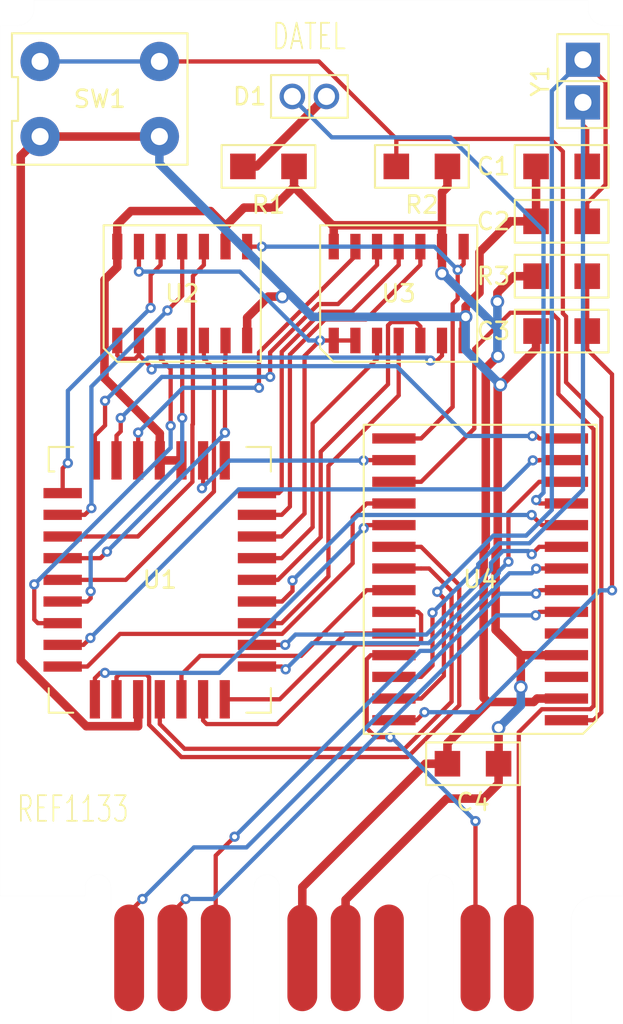
<source format=kicad_pcb>
(kicad_pcb (version 20241229) (generator "pcbnew") (generator_version "9.0")
  (layers (0 "F.Cu" signal) (2 "B.Cu" signal) (13 "F.Paste" user) (15 "B.Paste" user) (5 "F.SilkS" user "F.Silkscreen") (7 "B.SilkS" user "B.Silkscreen") (1 "F.Mask" user) (3 "B.Mask" user) (25 "Edge.Cuts" user))
  (net 0 "")
  (net 1 "/GND")
  (net 2 "/CLKOUT")
  (net 3 "/CLKIN")
  (net 4 "/~{MCLR}")
  (net 5 "/3.3V")
  (net 6 "Net-(D1-A)")
  (net 7 "/Button")
  (net 8 "/D1")
  (net 9 "/LED")
  (net 10 "/D6")
  (net 11 "/164.CP")
  (net 12 "/A0")
  (net 13 "/D2")
  (net 14 "/SEL")
  (net 16 "/D3")
  (net 17 "/D4")
  (net 18 "/D5")
  (net 20 "/ROM.~{CE}")
  (net 21 "/D7")
  (net 22 "/CMD")
  (net 23 "/ACK")
  (net 24 "/D0")
  (net 25 "/ROM.~{OE}")
  (net 26 "/CLK")
  (net 27 "/Low.DSAB")
  (net 28 "/DAT")
  (net 29 "/ROM.~{PGM}")
  (net 30 "/A14")
  (net 31 "/A6")
  (net 32 "/A11")
  (net 33 "/A4")
  (net 34 "/A5")
  (net 35 "/A3")
  (net 36 "/A15")
  (net 37 "/A8")
  (net 38 "/A1")
  (net 39 "/A12")
  (net 40 "/A13")
  (net 41 "/A9")
  (net 42 "/A7")
  (net 43 "/A10")
  (net 44 "/A2")
  (net 45 "/A16")
  (net 46 "/7.5V")
  (footprint "!REF1133:SMD" (layer "F.Cu") (at 136.767 79.519)
    (property "Reference" "R2")
    (property "Value" "10K Ohm")
  )
  (footprint "!REF1133:SMD" (layer "F.Cu") (at 144.967 85.9523)
    (property "Reference" "R3")
    (property "Value" "10K Ohm")
  )
  (footprint "!REF1133:PIC 16C55" (layer "F.Cu") (at 140.187 103.714 90)
    (property "Reference" "U4")
    (property "Value" "~")
  )
  (footprint "!REF1133:74HC164" (layer "F.Cu") (at 135.407 86.969)
    (property "Reference" "U3")
    (property "Value" "74HC164")
  )
  (footprint "!REF1133:SMD" (layer "F.Cu") (at 127.767 79.519)
    (property "Reference" "R1")
    (property "Value" "470 Ohm")
  )
  (footprint "!REF1133:SMD" (layer "F.Cu") (at 144.967 79.519)
    (property "Reference" "C1")
    (property "Value" "C_Small")
  )
  (footprint "!REF1133:74HC164" (layer "F.Cu") (at 122.707 86.969)
    (property "Reference" "U2")
    (property "Value" "74HC164")
  )
  (footprint "!REF1133:SMD" (layer "F.Cu") (at 144.967 89.169)
    (property "Reference" "C3")
    (property "Value" "100 nF")
  )
  (footprint "!REF1133:SMD" (layer "F.Cu") (at 144.967 82.7357)
    (property "Reference" "C2")
    (property "Value" "C_Small")
  )
  (footprint "!REF1133:Edge Connector" (layer "F.Cu") (at 131.022 125.894)
    (property "Reference" "J1" (hide yes))
    (property "Value" "Edge Connector")
  )
  (footprint "!REF1133:LED" (layer "F.Cu") (at 130.167 75.419)
    (property "Reference" "D1")
    (property "Value" "LED")
  )
  (footprint "!REF1133:Crystal" (layer "F.Cu") (at 146.217 74.519 90)
    (property "Reference" "Y1")
    (property "Value" "Crystal")
  )
  (footprint "!REF1133:NM27C010" (layer "F.Cu") (at 121.392 103.744)
    (property "Reference" "U1")
    (property "Value" "27C010")
  )
  (footprint "!REF1133:SMD" (layer "F.Cu") (at 139.767 114.519)
    (property "Reference" "C4")
    (property "Value" "100 nF")
  )
  (footprint "!REF1133:Button" (layer "F.Cu") (at 117.867 75.569)
    (property "Reference" "SW1")
    (property "Value" "SW_Push")
  )
  (gr_arc (start 117.767 121.019) (mid 118.29733 121.23867) (end 118.517 121.769) (stroke (width 0.002)) (layer "Edge.Cuts"))
  (gr_line (start 112.017 122.269) (end 112.017 71.269) (stroke (width 0.002)) (layer "Edge.Cuts"))
  (gr_line (start 114.017 69.769) (end 146.517 69.769) (stroke (width 0.002)) (layer "Edge.Cuts"))
  (gr_arc (start 145.517 123.769) (mid 145.95634 122.70834) (end 147.017 122.269) (stroke (width 0.002)) (layer "Edge.Cuts"))
  (gr_line (start 118.517 129.769) (end 118.517 121.769) (stroke (width 0.002)) (layer "Edge.Cuts"))
  (gr_line (start 137.117 129.769) (end 137.117 121.769) (stroke (width 0.002)) (layer "Edge.Cuts"))
  (gr_arc (start 137.867 121.019) (mid 138.39733 121.23867) (end 138.617 121.769) (stroke (width 0.002)) (layer "Edge.Cuts"))
  (gr_line (start 128.417 129.769) (end 137.117 129.769) (stroke (width 0.002)) (layer "Edge.Cuts"))
  (gr_arc (start 137.117 121.769) (mid 137.33667 121.23867) (end 137.867 121.019) (stroke (width 0.002)) (layer "Edge.Cuts"))
  (gr_line (start 117.017 122.269) (end 117.017 121.769) (stroke (width 0.002)) (layer "Edge.Cuts"))
  (gr_arc (start 114.017 70.269) (mid 113.724107 70.976107) (end 113.017 71.269) (stroke (width 0.002)) (layer "Edge.Cuts"))
  (gr_line (start 112.017 71.269) (end 113.017 71.269) (stroke (width 0.002)) (layer "Edge.Cuts"))
  (gr_line (start 147.017 122.269) (end 148.517 122.269) (stroke (width 0.002)) (layer "Edge.Cuts"))
  (gr_line (start 138.617 129.769) (end 138.617 121.769) (stroke (width 0.002)) (layer "Edge.Cuts"))
  (gr_line (start 138.617 129.769) (end 145.517 129.769) (stroke (width 0.002)) (layer "Edge.Cuts"))
  (gr_line (start 146.517 69.769) (end 146.517 70.269) (stroke (width 0.002)) (layer "Edge.Cuts"))
  (gr_line (start 145.517 129.769) (end 145.517 123.769) (stroke (width 0.002)) (layer "Edge.Cuts"))
  (gr_line (start 148.517 71.269) (end 147.517 71.269) (stroke (width 0.002)) (layer "Edge.Cuts"))
  (gr_line (start 126.917 129.769) (end 126.917 121.769) (stroke (width 0.002)) (layer "Edge.Cuts"))
  (gr_arc (start 147.517 71.269) (mid 146.809893 70.976107) (end 146.517 70.269) (stroke (width 0.002)) (layer "Edge.Cuts"))
  (gr_arc (start 126.917 121.769) (mid 127.13667 121.23867) (end 127.667 121.019) (stroke (width 0.002)) (layer "Edge.Cuts"))
  (gr_line (start 112.017 122.269) (end 117.017 122.269) (stroke (width 0.002)) (layer "Edge.Cuts"))
  (gr_line (start 114.017 69.769) (end 114.017 70.269) (stroke (width 0.002)) (layer "Edge.Cuts"))
  (gr_line (start 148.517 122.269) (end 148.517 71.269) (stroke (width 0.002)) (layer "Edge.Cuts"))
  (gr_line (start 118.517 129.769) (end 126.917 129.769) (stroke (width 0.002)) (layer "Edge.Cuts"))
  (gr_line (start 128.417 129.769) (end 128.417 121.769) (stroke (width 0.002)) (layer "Edge.Cuts"))
  (gr_arc (start 117.017 121.769) (mid 117.23667 121.23867) (end 117.767 121.019) (stroke (width 0.002)) (layer "Edge.Cuts"))
  (gr_arc (start 127.667 121.019) (mid 128.19733 121.23867) (end 128.417 121.769) (stroke (width 0.002)) (layer "Edge.Cuts"))
  (gr_text "DATEL" (at 127.924 72.79 0) (layer "F.SilkS") (effects (font (size 1.5 1) (thickness 0.1)) (justify left bottom)))
  (gr_text "REF1133" (at 112.938 118.052 0) (layer "F.SilkS") (effects (font (size 1.5 1) (thickness 0.1)) (justify left bottom)))
  (segment (start 139.3344 88.3342) (end 139.3344 87.7276) (width 0.5) (layer "F.Cu") (net 1))
  (segment (start 141.2183 92.4621) (end 141.2183 102.1063) (width 0.5) (layer "F.Cu") (net 1))
  (segment (start 141.2183 102.1063) (end 141.0938 102.2308) (width 0.5) (layer "F.Cu") (net 1))
  (segment (start 139.3344 88.3342) (end 139.217 88.4516) (width 0.5) (layer "F.Cu") (net 1))
  (segment (start 126.517 88.379) (end 127.7491 87.1469) (width 0.5) (layer "F.Cu") (net 1))
  (segment (start 143.467 79.519) (end 143.467 82.7357) (width 0.5) (layer "F.Cu") (net 1))
  (segment (start 142.5708 110.0339) (end 142.5708 108.159) (width 0.5) (layer "F.Cu") (net 1))
  (segment (start 141.3701 92.3103) (end 143.467 90.2134) (width 0.5) (layer "F.Cu") (net 1))
  (segment (start 121.367 77.769) (end 114.367 77.769) (width 0.5) (layer "F.Cu") (net 1))
  (segment (start 142.5708 108.159) (end 143.5253 108.159) (width 0.5) (layer "F.Cu") (net 1))
  (segment (start 132.292 122.4931) (end 132.292 125.894) (width 0.5) (layer "F.Cu") (net 1))
  (segment (start 141.3701 92.3103) (end 141.2183 92.4621) (width 0.5) (layer "F.Cu") (net 1))
  (segment (start 127.7491 87.1469) (end 128.5772 87.1469) (width 0.5) (layer "F.Cu") (net 1))
  (segment (start 139.3344 87.7276) (end 140.147 86.915) (width 0.5) (layer "F.Cu") (net 1))
  (segment (start 141.267 114.519) (end 141.267 115.687) (width 0.5) (layer "F.Cu") (net 1))
  (segment (start 141.0938 106.682) (end 142.5708 108.159) (width 0.5) (layer "F.Cu") (net 1))
  (segment (start 141.267 115.687) (end 140.391 116.563) (width 0.5) (layer "F.Cu") (net 1))
  (segment (start 143.467 90.2134) (end 143.467 89.169) (width 0.5) (layer "F.Cu") (net 1))
  (segment (start 140.147 86.915) (end 140.147 84.55) (width 0.5) (layer "F.Cu") (net 1))
  (segment (start 126.517 89.719) (end 126.517 88.379) (width 0.5) (layer "F.Cu") (net 1))
  (segment (start 139.217 89.719) (end 139.217 88.5173) (width 0.5) (layer "F.Cu") (net 1))
  (segment (start 145.247 108.159) (end 143.5253 108.159) (width 0.5) (layer "F.Cu") (net 1))
  (segment (start 141.9613 82.7357) (end 143.467 82.7357) (width 0.5) (layer "F.Cu") (net 1))
  (segment (start 141.267 112.4131) (end 141.267 114.519) (width 0.5) (layer "F.Cu") (net 1))
  (segment (start 117.0777 112.3207) (end 120.122 112.3207) (width 0.5) (layer "F.Cu") (net 1))
  (segment (start 113.2323 78.9037) (end 113.2323 108.4753) (width 0.5) (layer "F.Cu") (net 1))
  (segment (start 141.0938 102.2308) (end 141.0938 106.682) (width 0.5) (layer "F.Cu") (net 1))
  (segment (start 113.2323 108.4753) (end 117.0777 112.3207) (width 0.5) (layer "F.Cu") (net 1))
  (segment (start 138.2221 116.563) (end 132.292 122.4931) (width 0.5) (layer "F.Cu") (net 1))
  (segment (start 120.122 110.744) (end 120.122 112.3207) (width 0.5) (layer "F.Cu") (net 1))
  (segment (start 114.367 77.769) (end 113.2323 78.9037) (width 0.5) (layer "F.Cu") (net 1))
  (segment (start 139.217 88.4516) (end 139.217 88.5173) (width 0.5) (layer "F.Cu") (net 1))
  (segment (start 140.391 116.563) (end 138.2221 116.563) (width 0.5) (layer "F.Cu") (net 1))
  (segment (start 140.147 84.55) (end 141.9613 82.7357) (width 0.5) (layer "F.Cu") (net 1))
  (via (at 141.267 112.4131) (size 0.8) (drill 0.5) (layers "F.Cu" "B.Cu") (net 1))
  (via (at 139.3344 88.3342) (size 0.8) (drill 0.5) (layers "F.Cu" "B.Cu") (net 1))
  (via (at 128.5772 87.1469) (size 0.8) (drill 0.5) (layers "F.Cu" "B.Cu") (net 1))
  (via (at 141.3701 92.3103) (size 0.8) (drill 0.5) (layers "F.Cu" "B.Cu") (net 1))
  (via (at 142.5708 110.0339) (size 0.8) (drill 0.5) (layers "F.Cu" "B.Cu") (net 1))
  (segment (start 121.367 77.769) (end 121.367 79.3619) (width 0.5) (layer "B.Cu") (net 1))
  (segment (start 128.8646 86.8595) (end 130.3393 88.3342) (width 0.5) (layer "B.Cu") (net 1))
  (segment (start 130.3393 88.3342) (end 139.3344 88.3342) (width 0.5) (layer "B.Cu") (net 1))
  (segment (start 142.5708 111.1093) (end 141.267 112.4131) (width 0.5) (layer "B.Cu") (net 1))
  (segment (start 142.5708 110.0339) (end 142.5708 111.1093) (width 0.5) (layer "B.Cu") (net 1))
  (segment (start 128.5772 87.1469) (end 128.8646 86.8595) (width 0.5) (layer "B.Cu") (net 1))
  (segment (start 139.3344 90.2746) (end 141.3701 92.3103) (width 0.5) (layer "B.Cu") (net 1))
  (segment (start 139.3344 88.3342) (end 139.3344 90.2746) (width 0.5) (layer "B.Cu") (net 1))
  (segment (start 121.367 79.3619) (end 128.8646 86.8595) (width 0.5) (layer "B.Cu") (net 1))
  (segment (start 146.217 77.0957) (end 146.467 77.3457) (width 0.25) (layer "F.Cu") (net 2))
  (segment (start 146.217 75.769) (end 146.217 77.0957) (width 0.25) (layer "F.Cu") (net 2))
  (segment (start 137.3898 105.6698) (end 137.3898 108.7629) (width 0.25) (layer "F.Cu") (net 2))
  (segment (start 137.3898 108.7629) (end 136.7237 109.429) (width 0.25) (layer "F.Cu") (net 2))
  (segment (start 146.467 77.3457) (end 146.467 79.519) (width 0.25) (layer "F.Cu") (net 2))
  (segment (start 135.127 109.429) (end 136.7237 109.429) (width 0.25) (layer "F.Cu") (net 2))
  (via (at 137.3898 105.6698) (size 0.6) (drill 0.3) (layers "F.Cu" "B.Cu") (net 2))
  (segment (start 140.0694 102.8305) (end 140.0694 102.9902) (width 0.25) (layer "B.Cu") (net 2))
  (segment (start 146.217 75.769) (end 146.217 77.0957) (width 0.25) (layer "B.Cu") (net 2))
  (segment (start 146.217 77.0957) (end 146.217 98.4579) (width 0.25) (layer "B.Cu") (net 2))
  (segment (start 146.217 98.4579) (end 143.0712 101.6037) (width 0.25) (layer "B.Cu") (net 2))
  (segment (start 140.0694 102.9902) (end 137.3898 105.6698) (width 0.25) (layer "B.Cu") (net 2))
  (segment (start 143.0712 101.6037) (end 141.2962 101.6037) (width 0.25) (layer "B.Cu") (net 2))
  (segment (start 141.2962 101.6037) (end 140.0694 102.8305) (width 0.25) (layer "B.Cu") (net 2))
  (segment (start 146.217 73.269) (end 147.5437 74.5957) (width 0.25) (layer "F.Cu") (net 3))
  (segment (start 135.127 110.699) (end 136.7237 110.699) (width 0.25) (layer "F.Cu") (net 3))
  (segment (start 147.5437 80.5823) (end 146.467 81.659) (width 0.25) (layer "F.Cu") (net 3))
  (segment (start 147.5437 74.5957) (end 147.5437 80.5823) (width 0.25) (layer "F.Cu") (net 3))
  (segment (start 146.467 82.7357) (end 146.467 81.659) (width 0.25) (layer "F.Cu") (net 3))
  (segment (start 138.057 109.3657) (end 136.7237 110.699) (width 0.25) (layer "F.Cu") (net 3))
  (segment (start 137.6708 104.4442) (end 138.057 104.8304) (width 0.25) (layer "F.Cu") (net 3))
  (segment (start 138.057 104.8304) (end 138.057 109.3657) (width 0.25) (layer "F.Cu") (net 3))
  (via (at 137.6708 104.4442) (size 0.6) (drill 0.3) (layers "F.Cu" "B.Cu") (net 3))
  (segment (start 140.963 101.152) (end 137.6708 104.4442) (width 0.25) (layer "B.Cu") (net 3))
  (segment (start 144.3908 75.0952) (end 144.3908 99.6453) (width 0.25) (layer "B.Cu") (net 3))
  (segment (start 144.3908 99.6453) (end 142.8841 101.152) (width 0.25) (layer "B.Cu") (net 3))
  (segment (start 142.8841 101.152) (end 140.963 101.152) (width 0.25) (layer "B.Cu") (net 3))
  (segment (start 146.217 73.269) (end 144.3908 75.0952) (width 0.25) (layer "B.Cu") (net 3))
  (segment (start 146.467 85.9523) (end 146.467 87.029) (width 0.25) (layer "F.Cu") (net 4))
  (segment (start 146.467 89.169) (end 146.467 90.2457) (width 0.25) (layer "F.Cu") (net 4))
  (segment (start 146.467 90.2457) (end 147.9238 91.7025) (width 0.25) (layer "F.Cu") (net 4))
  (segment (start 135.127 111.969) (end 136.4527 111.969) (width 0.25) (layer "F.Cu") (net 4))
  (segment (start 136.4527 111.969) (end 136.9222 111.4995) (width 0.25) (layer "F.Cu") (net 4))
  (segment (start 147.9238 91.7025) (end 147.9238 104.3588) (width 0.25) (layer "F.Cu") (net 4))
  (segment (start 146.467 87.029) (end 146.467 89.169) (width 0.25) (layer "F.Cu") (net 4))
  (via (at 136.9222 111.4995) (size 0.6) (drill 0.3) (layers "F.Cu" "B.Cu") (net 4))
  (via (at 147.9238 104.3588) (size 0.6) (drill 0.3) (layers "F.Cu" "B.Cu") (net 4))
  (segment (start 136.9222 111.4995) (end 140.0777 111.4995) (width 0.25) (layer "B.Cu") (net 4))
  (segment (start 147.2183 104.3588) (end 147.9238 104.3588) (width 0.25) (layer "B.Cu") (net 4))
  (segment (start 140.0777 111.4995) (end 140.0777 111.4994) (width 0.25) (layer "B.Cu") (net 4))
  (segment (start 140.0777 111.4994) (end 147.2183 104.3588) (width 0.25) (layer "B.Cu") (net 4))
  (segment (start 126.3303 81.934) (end 125.247 83.0173) (width 0.5) (layer "F.Cu") (net 5))
  (segment (start 137.947 84.219) (end 137.947 85.7879) (width 0.5) (layer "F.Cu") (net 5))
  (segment (start 118.1453 86.1724) (end 118.897 85.4207) (width 0.5) (layer "F.Cu") (net 5))
  (segment (start 137.947 82.9679) (end 137.947 81.0407) (width 0.5) (layer "F.Cu") (net 5))
  (segment (start 142.1547 85.9523) (end 143.467 85.9523) (width 0.5) (layer "F.Cu") (net 5))
  (segment (start 137.947 81.0407) (end 138.267 80.7207) (width 0.5) (layer "F.Cu") (net 5))
  (segment (start 138.267 114.4395) (end 138.267 113.3173) (width 0.5) (layer "F.Cu") (net 5))
  (segment (start 131.597 83.0188) (end 131.597 83.0173) (width 0.5) (layer "F.Cu") (net 5))
  (segment (start 122.662 96.744) (end 121.392 96.744) (width 0.5) (layer "F.Cu") (net 5))
  (segment (start 140.5166 101.8156) (end 140.3921 101.9401) (width 0.5) (layer "F.Cu") (net 5))
  (segment (start 129.267 79.519) (end 129.267 80.7192) (width 0.5) (layer "F.Cu") (net 5))
  (segment (start 129.752 121.75) (end 129.752 125.894) (width 0.5) (layer "F.Cu") (net 5))
  (segment (start 138.267 114.519) (end 136.983 114.519) (width 0.5) (layer "F.Cu") (net 5))
  (segment (start 141.226 90.634) (end 140.5166 91.3434) (width 0.5) (layer "F.Cu") (net 5))
  (segment (start 118.897 84.219) (end 118.897 85.4207) (width 0.5) (layer "F.Cu") (net 5))
  (segment (start 129.267 80.7192) (end 128.0522 81.934) (width 0.5) (layer "F.Cu") (net 5))
  (segment (start 140.3921 101.9401) (end 140.3921 110.6579) (width 0.5) (layer "F.Cu") (net 5))
  (segment (start 143.5253 110.699) (end 143.3233 110.901) (width 0.5) (layer "F.Cu") (net 5))
  (segment (start 136.983 114.519) (end 129.752 121.75) (width 0.5) (layer "F.Cu") (net 5))
  (segment (start 140.3921 110.6579) (end 140.6352 110.901) (width 0.5) (layer "F.Cu") (net 5))
  (segment (start 131.5651 83.0173) (end 131.597 83.0173) (width 0.5) (layer "F.Cu") (net 5))
  (segment (start 129.267 80.7192) (end 131.5651 83.0173) (width 0.5) (layer "F.Cu") (net 5))
  (segment (start 138.267 113.3173) (end 140.6352 110.9491) (width 0.5) (layer "F.Cu") (net 5))
  (segment (start 138.267 114.4395) (end 138.267 114.519) (width 0.5) (layer "F.Cu") (net 5))
  (segment (start 125.247 84.219) (end 125.247 83.0173) (width 0.5) (layer "F.Cu") (net 5))
  (segment (start 143.3233 110.901) (end 140.6352 110.901) (width 0.5) (layer "F.Cu") (net 5))
  (segment (start 145.247 110.699) (end 143.5253 110.699) (width 0.5) (layer "F.Cu") (net 5))
  (segment (start 128.0522 81.934) (end 126.3303 81.934) (width 0.5) (layer "F.Cu") (net 5))
  (segment (start 137.947 82.9679) (end 131.6479 82.9679) (width 0.5) (layer "F.Cu") (net 5))
  (segment (start 131.597 84.219) (end 131.597 83.1931) (width 0.5) (layer "F.Cu") (net 5))
  (segment (start 141.198 86.909) (end 142.1547 85.9523) (width 0.5) (layer "F.Cu") (net 5))
  (segment (start 141.198 87.44) (end 141.198 86.909) (width 0.5) (layer "F.Cu") (net 5))
  (segment (start 121.392 96.744) (end 121.392 95.1673) (width 0.5) (layer "F.Cu") (net 5))
  (segment (start 137.947 82.9679) (end 137.947 84.219) (width 0.5) (layer "F.Cu") (net 5))
  (segment (start 140.5166 91.3434) (end 140.5166 101.8156) (width 0.5) (layer "F.Cu") (net 5))
  (segment (start 121.392 95.1673) (end 118.1453 91.9206) (width 0.5) (layer "F.Cu") (net 5))
  (segment (start 118.1453 91.9206) (end 118.1453 86.1724) (width 0.5) (layer "F.Cu") (net 5))
  (segment (start 131.6479 82.9679) (end 131.597 83.0188) (width 0.5) (layer "F.Cu") (net 5))
  (segment (start 119.692 82.135) (end 124.3647 82.135) (width 0.5) (layer "F.Cu") (net 5))
  (segment (start 124.3647 82.135) (end 125.247 83.0173) (width 0.5) (layer "F.Cu") (net 5))
  (segment (start 140.6352 110.9491) (end 140.6352 110.901) (width 0.5) (layer "F.Cu") (net 5))
  (segment (start 118.897 84.219) (end 118.897 82.93) (width 0.5) (layer "F.Cu") (net 5))
  (segment (start 118.897 82.93) (end 119.692 82.135) (width 0.5) (layer "F.Cu") (net 5))
  (segment (start 138.267 79.519) (end 138.267 80.7207) (width 0.5) (layer "F.Cu") (net 5))
  (segment (start 131.597 83.1931) (end 131.597 83.0188) (width 0.5) (layer "F.Cu") (net 5))
  (via (at 141.198 87.44) (size 0.8) (drill 0.5) (layers "F.Cu" "B.Cu") (net 5))
  (via (at 137.947 85.7879) (size 0.8) (drill 0.5) (layers "F.Cu" "B.Cu") (net 5))
  (via (at 141.226 90.634) (size 0.8) (drill 0.5) (layers "F.Cu" "B.Cu") (net 5))
  (segment (start 141.198 90.606) (end 141.226 90.634) (width 0.5) (layer "B.Cu") (net 5))
  (segment (start 140.33635 88.13165) (end 137.9926 85.7879) (width 0.5) (layer "B.Cu") (net 5))
  (segment (start 141.226 90.634) (end 141.199 90.607) (width 0.5) (layer "B.Cu") (net 5))
  (segment (start 137.9926 85.7879) (end 137.947 85.7879) (width 0.5) (layer "B.Cu") (net 5))
  (segment (start 141.199 88.9943) (end 140.33635 88.13165) (width 0.5) (layer "B.Cu") (net 5))
  (segment (start 141.198 87.44) (end 141.198 90.606) (width 0.5) (layer "B.Cu") (net 5))
  (segment (start 127.067 79.519) (end 131.167 75.419) (width 0.5) (layer "F.Cu") (net 6))
  (segment (start 126.267 79.519) (end 127.067 79.519) (width 0.5) (layer "F.Cu") (net 6))
  (segment (start 145.247 111.969) (end 146.8437 111.969) (width 0.25) (layer "F.Cu") (net 7))
  (segment (start 135.267 78.422) (end 135.267 79.519) (width 0.25) (layer "F.Cu") (net 7))
  (segment (start 144.3004 77.9074) (end 135.267 77.9074) (width 0.25) (layer "F.Cu") (net 7))
  (segment (start 145.038 78.645) (end 144.3004 77.9074) (width 0.25) (layer "F.Cu") (net 7))
  (segment (start 147.2954 94.2376) (end 145.2257 92.1679) (width 0.25) (layer "F.Cu") (net 7))
  (segment (start 145.2257 92.1679) (end 145.2257 88.31569) (width 0.25) (layer "F.Cu") (net 7))
  (segment (start 146.8437 111.969) (end 147.2954 111.5173) (width 0.25) (layer "F.Cu") (net 7))
  (segment (start 145.2257 88.31569) (end 145.038 88.12799) (width 0.25) (layer "F.Cu") (net 7))
  (segment (start 121.367 73.369) (end 130.7286 73.369) (width 0.25) (layer "F.Cu") (net 7))
  (segment (start 135.267 77.9074) (end 135.267 78.422) (width 0.25) (layer "F.Cu") (net 7))
  (segment (start 145.038 88.12799) (end 145.038 78.645) (width 0.25) (layer "F.Cu") (net 7))
  (segment (start 147.2954 111.5173) (end 147.2954 94.2376) (width 0.25) (layer "F.Cu") (net 7))
  (segment (start 130.7286 73.369) (end 135.267 77.9074) (width 0.25) (layer "F.Cu") (net 7))
  (segment (start 121.367 73.369) (end 114.367 73.369) (width 0.25) (layer "B.Cu") (net 7))
  (segment (start 133.3518 100.7175) (end 133.5303 100.539) (width 0.25) (layer "F.Cu") (net 8))
  (segment (start 117.582 110.744) (end 117.582 109.513) (width 0.25) (layer "F.Cu") (net 8))
  (segment (start 117.582 109.513) (end 117.9003 109.1947) (width 0.25) (layer "F.Cu") (net 8))
  (segment (start 135.127 100.539) (end 133.5303 100.539) (width 0.25) (layer "F.Cu") (net 8))
  (segment (start 117.9003 109.1947) (end 118.1726 109.1947) (width 0.25) (layer "F.Cu") (net 8))
  (via (at 118.1726 109.1947) (size 0.6) (drill 0.3) (layers "F.Cu" "B.Cu") (net 8))
  (via (at 133.3518 100.7175) (size 0.6) (drill 0.3) (layers "F.Cu" "B.Cu") (net 8))
  (segment (start 124.8746 109.1947) (end 133.3518 100.7175) (width 0.25) (layer "B.Cu") (net 8))
  (segment (start 118.1726 109.1947) (end 124.8746 109.1947) (width 0.25) (layer "B.Cu") (net 8))
  (segment (start 143.4741 99.0679) (end 143.6752 99.269) (width 0.25) (layer "F.Cu") (net 9))
  (segment (start 143.6752 99.269) (end 145.247 99.269) (width 0.25) (layer "F.Cu") (net 9))
  (via (at 143.4741 99.0679) (size 0.6) (drill 0.3) (layers "F.Cu" "B.Cu") (net 9))
  (segment (start 138.434 77.816) (end 131.48 77.816) (width 0.25) (layer "B.Cu") (net 9))
  (segment (start 143.4741 99.0679) (end 143.9032 98.6388) (width 0.25) (layer "B.Cu") (net 9))
  (segment (start 143.9032 83.2852) (end 138.434 77.816) (width 0.25) (layer "B.Cu") (net 9))
  (segment (start 129.167 75.503) (end 129.167 75.419) (width 0.25) (layer "B.Cu") (net 9))
  (segment (start 131.48 77.816) (end 129.167 75.503) (width 0.25) (layer "B.Cu") (net 9))
  (segment (start 143.9032 98.6388) (end 143.9032 83.2852) (width 0.25) (layer "B.Cu") (net 9))
  (segment (start 128.431 110.744) (end 132.286 106.889) (width 0.25) (layer "F.Cu") (net 10))
  (segment (start 125.202 110.744) (end 128.431 110.744) (width 0.25) (layer "F.Cu") (net 10))
  (segment (start 132.286 106.889) (end 135.127 106.889) (width 0.25) (layer "F.Cu") (net 10))
  (segment (start 138.8682 85.5825) (end 138.8682 87.2857) (width 0.25) (layer "F.Cu") (net 11))
  (segment (start 139.217 84.219) (end 139.217 85.2337) (width 0.25) (layer "F.Cu") (net 11))
  (segment (start 126.517 84.219) (end 127.3796 84.219) (width 0.25) (layer "F.Cu") (net 11))
  (segment (start 138.8682 87.2857) (end 138.5738 87.5801) (width 0.25) (layer "F.Cu") (net 11))
  (segment (start 139.217 85.2337) (end 138.8682 85.5825) (width 0.25) (layer "F.Cu") (net 11))
  (segment (start 135.127 95.459) (end 136.7237 95.459) (width 0.25) (layer "F.Cu") (net 11))
  (segment (start 138.5738 87.5801) (end 138.5738 93.6089) (width 0.25) (layer "F.Cu") (net 11))
  (segment (start 138.5738 93.6089) (end 136.7237 95.459) (width 0.25) (layer "F.Cu") (net 11))
  (via (at 138.8682 85.5825) (size 0.6) (drill 0.3) (layers "F.Cu" "B.Cu") (net 11))
  (via (at 127.3796 84.219) (size 0.6) (drill 0.3) (layers "F.Cu" "B.Cu") (net 11))
  (segment (start 138.8682 85.5825) (end 137.5047 84.219) (width 0.25) (layer "B.Cu") (net 11))
  (segment (start 137.5047 84.219) (end 127.3796 84.219) (width 0.25) (layer "B.Cu") (net 11))
  (segment (start 116.915 107.554) (end 117.3204 107.1486) (width 0.25) (layer "F.Cu") (net 12))
  (segment (start 143.2765 96.7439) (end 143.6354 96.7439) (width 0.25) (layer "F.Cu") (net 12))
  (segment (start 145.247 96.729) (end 143.6503 96.729) (width 0.25) (layer "F.Cu") (net 12))
  (segment (start 115.692 107.554) (end 116.915 107.554) (width 0.25) (layer "F.Cu") (net 12))
  (segment (start 143.6354 96.7439) (end 143.6503 96.729) (width 0.25) (layer "F.Cu") (net 12))
  (via (at 117.3204 107.1486) (size 0.6) (drill 0.3) (layers "F.Cu" "B.Cu") (net 12))
  (via (at 143.2765 96.7439) (size 0.6) (drill 0.3) (layers "F.Cu" "B.Cu") (net 12))
  (segment (start 141.5777 98.4427) (end 126.0263 98.4427) (width 0.25) (layer "B.Cu") (net 12))
  (segment (start 143.2765 96.7439) (end 141.5777 98.4427) (width 0.25) (layer "B.Cu") (net 12))
  (segment (start 126.0263 98.4427) (end 117.3204 107.1486) (width 0.25) (layer "B.Cu") (net 12))
  (segment (start 122.6573 114.1288) (end 135.9302 114.1288) (width 0.25) (layer "F.Cu") (net 13))
  (segment (start 135.9302 114.1288) (end 138.9604 111.0986) (width 0.25) (layer "F.Cu") (net 13))
  (segment (start 138.9604 111.0986) (end 138.9604 104.0457) (width 0.25) (layer "F.Cu") (net 13))
  (segment (start 136.7237 101.809) (end 135.127 101.809) (width 0.25) (layer "F.Cu") (net 13))
  (segment (start 120.7653 109.4507) (end 120.7653 112.2368) (width 0.25) (layer "F.Cu") (net 13))
  (segment (start 119.0057 109.2923) (end 120.6069 109.2923) (width 0.25) (layer "F.Cu") (net 13))
  (segment (start 118.852 110.744) (end 118.852 109.446) (width 0.25) (layer "F.Cu") (net 13))
  (segment (start 120.6069 109.2923) (end 120.7653 109.4507) (width 0.25) (layer "F.Cu") (net 13))
  (segment (start 120.7653 112.2368) (end 122.6573 114.1288) (width 0.25) (layer "F.Cu") (net 13))
  (segment (start 138.9604 104.0457) (end 136.7237 101.809) (width 0.25) (layer "F.Cu") (net 13))
  (segment (start 118.852 109.446) (end 119.0057 109.2923) (width 0.25) (layer "F.Cu") (net 13))
  (segment (start 143.6503 103.079) (end 143.6405 103.0888) (width 0.25) (layer "F.Cu") (net 14))
  (segment (start 124.672 119.9028) (end 124.672 125.894) (width 0.25) (layer "F.Cu") (net 14))
  (segment (start 125.7795 118.7953) (end 124.672 119.9028) (width 0.25) (layer "F.Cu") (net 14))
  (segment (start 143.6405 103.0888) (end 143.4741 103.0888) (width 0.25) (layer "F.Cu") (net 14))
  (segment (start 145.247 103.079) (end 143.6503 103.079) (width 0.25) (layer "F.Cu") (net 14))
  (via (at 143.4741 103.0888) (size 0.6) (drill 0.3) (layers "F.Cu" "B.Cu") (net 14))
  (via (at 125.7795 118.7953) (size 0.6) (drill 0.3) (layers "F.Cu" "B.Cu") (net 14))
  (segment (start 136.6696 107.9052) (end 137.3565 107.9052) (width 0.25) (layer "B.Cu") (net 14))
  (segment (start 137.3565 107.9052) (end 141.902 103.3597) (width 0.25) (layer "B.Cu") (net 14))
  (segment (start 143.2032 103.3597) (end 143.4741 103.0888) (width 0.25) (layer "B.Cu") (net 14))
  (segment (start 141.902 103.3597) (end 143.2032 103.3597) (width 0.25) (layer "B.Cu") (net 14))
  (segment (start 125.7795 118.7953) (end 136.6696 107.9052) (width 0.25) (layer "B.Cu") (net 14))
  (segment (start 138.5087 104.3958) (end 137.1919 103.079) (width 0.25) (layer "F.Cu") (net 16))
  (segment (start 137.1919 103.079) (end 136.7237 103.079) (width 0.25) (layer "F.Cu") (net 16))
  (segment (start 138.5087 110.8862) (end 138.5087 104.3958) (width 0.25) (layer "F.Cu") (net 16))
  (segment (start 121.392 110.744) (end 121.392 112.1957) (width 0.25) (layer "F.Cu") (net 16))
  (segment (start 135.752 113.6429) (end 138.5087 110.8862) (width 0.25) (layer "F.Cu") (net 16))
  (segment (start 135.127 103.079) (end 136.7237 103.079) (width 0.25) (layer "F.Cu") (net 16))
  (segment (start 121.392 112.1957) (end 122.8392 113.6429) (width 0.25) (layer "F.Cu") (net 16))
  (segment (start 122.8392 113.6429) (end 135.752 113.6429) (width 0.25) (layer "F.Cu") (net 16))
  (segment (start 122.662 109.2923) (end 123.757 108.1973) (width 0.25) (layer "F.Cu") (net 17))
  (segment (start 122.662 110.744) (end 122.662 109.2923) (width 0.25) (layer "F.Cu") (net 17))
  (segment (start 129.682 108.1973) (end 133.5303 104.349) (width 0.25) (layer "F.Cu") (net 17))
  (segment (start 135.127 104.349) (end 133.5303 104.349) (width 0.25) (layer "F.Cu") (net 17))
  (segment (start 123.757 108.1973) (end 129.682 108.1973) (width 0.25) (layer "F.Cu") (net 17))
  (segment (start 124.1417 112.1957) (end 123.932 111.986) (width 0.25) (layer "F.Cu") (net 18))
  (segment (start 132.9469 107.524) (end 128.2752 112.1957) (width 0.25) (layer "F.Cu") (net 18))
  (segment (start 123.932 111.986) (end 123.932 110.744) (width 0.25) (layer "F.Cu") (net 18))
  (segment (start 136.7237 105.7997) (end 136.7237 107.3427) (width 0.25) (layer "F.Cu") (net 18))
  (segment (start 136.7237 107.3427) (end 136.5424 107.524) (width 0.25) (layer "F.Cu") (net 18))
  (segment (start 136.5424 107.524) (end 132.9469 107.524) (width 0.25) (layer "F.Cu") (net 18))
  (segment (start 128.2752 112.1957) (end 124.1417 112.1957) (width 0.25) (layer "F.Cu") (net 18))
  (segment (start 136.543 105.619) (end 136.7237 105.7997) (width 0.25) (layer "F.Cu") (net 18))
  (segment (start 135.127 105.619) (end 136.543 105.619) (width 0.25) (layer "F.Cu") (net 18))
  (segment (start 143.2128 102.2465) (end 143.6503 101.809) (width 0.25) (layer "F.Cu") (net 20))
  (segment (start 145.247 101.809) (end 143.6503 101.809) (width 0.25) (layer "F.Cu") (net 20))
  (segment (start 127.092 107.554) (end 128.7477 107.554) (width 0.25) (layer "F.Cu") (net 20))
  (via (at 128.7477 107.554) (size 0.6) (drill 0.3) (layers "F.Cu" "B.Cu") (net 20))
  (via (at 143.2128 102.2465) (size 0.6) (drill 0.3) (layers "F.Cu" "B.Cu") (net 20))
  (segment (start 137.034 106.9501) (end 140.8242 103.1599) (width 0.25) (layer "B.Cu") (net 20))
  (segment (start 128.7477 107.554) (end 129.3516 106.9501) (width 0.25) (layer "B.Cu") (net 20))
  (segment (start 129.3516 106.9501) (end 137.034 106.9501) (width 0.25) (layer "B.Cu") (net 20))
  (segment (start 141.5181 102.0554) (end 143.0217 102.0554) (width 0.25) (layer "B.Cu") (net 20))
  (segment (start 143.0217 102.0554) (end 143.2128 102.2465) (width 0.25) (layer "B.Cu") (net 20))
  (segment (start 140.8242 103.1599) (end 140.8242 102.7493) (width 0.25) (layer "B.Cu") (net 20))
  (segment (start 140.8242 102.7493) (end 141.5181 102.0554) (width 0.25) (layer "B.Cu") (net 20))
  (segment (start 145.247 97.999) (end 143.6503 97.999) (width 0.25) (layer "F.Cu") (net 21))
  (segment (start 128.5437 108.824) (end 128.7066 108.9869) (width 0.25) (layer "F.Cu") (net 21))
  (segment (start 128.7066 108.9869) (end 128.7753 108.9869) (width 0.25) (layer "F.Cu") (net 21))
  (segment (start 143.6503 97.999) (end 141.8455 99.8038) (width 0.25) (layer "F.Cu") (net 21))
  (segment (start 141.8455 99.8038) (end 141.8455 102.6822) (width 0.25) (layer "F.Cu") (net 21))
  (segment (start 127.092 108.824) (end 128.5437 108.824) (width 0.25) (layer "F.Cu") (net 21))
  (via (at 141.8455 102.6822) (size 0.6) (drill 0.3) (layers "F.Cu" "B.Cu") (net 21))
  (via (at 128.7753 108.9869) (size 0.6) (drill 0.3) (layers "F.Cu" "B.Cu") (net 21))
  (segment (start 130.3087 107.4535) (end 137.1694 107.4535) (width 0.25) (layer "B.Cu") (net 21))
  (segment (start 128.7753 108.9869) (end 130.3087 107.4535) (width 0.25) (layer "B.Cu") (net 21))
  (segment (start 141.2759 103.347) (end 141.2759 103.2518) (width 0.25) (layer "B.Cu") (net 21))
  (segment (start 137.1694 107.4535) (end 141.2759 103.347) (width 0.25) (layer "B.Cu") (net 21))
  (segment (start 141.2759 103.2518) (end 141.8455 102.6822) (width 0.25) (layer "B.Cu") (net 21))
  (segment (start 133.5303 108.3937) (end 133.5303 112.4357) (width 0.25) (layer "F.Cu") (net 22))
  (segment (start 134.0568 112.9622) (end 134.9074 112.9622) (width 0.25) (layer "F.Cu") (net 22))
  (segment (start 139.912 125.894) (end 139.912 117.8819) (width 0.25) (layer "F.Cu") (net 22))
  (segment (start 133.5303 112.4357) (end 134.0568 112.9622) (width 0.25) (layer "F.Cu") (net 22))
  (segment (start 133.765 108.159) (end 133.5303 108.3937) (width 0.25) (layer "F.Cu") (net 22))
  (segment (start 135.127 108.159) (end 133.765 108.159) (width 0.25) (layer "F.Cu") (net 22))
  (via (at 134.9074 112.9622) (size 0.6) (drill 0.3) (layers "F.Cu" "B.Cu") (net 22))
  (via (at 139.912 117.8819) (size 0.6) (drill 0.3) (layers "F.Cu" "B.Cu") (net 22))
  (segment (start 134.9923 112.9622) (end 134.9074 112.9622) (width 0.25) (layer "B.Cu") (net 22))
  (segment (start 139.912 117.8819) (end 134.9923 112.9622) (width 0.25) (layer "B.Cu") (net 22))
  (segment (start 119.592 125.894) (end 119.592 123.2252) (width 0.25) (layer "F.Cu") (net 23))
  (segment (start 145.247 104.349) (end 143.667 104.349) (width 0.25) (layer "F.Cu") (net 23))
  (segment (start 143.667 104.349) (end 143.4605 104.5555) (width 0.25) (layer "F.Cu") (net 23))
  (segment (start 119.592 123.2252) (end 120.3749 122.4423) (width 0.25) (layer "F.Cu") (net 23))
  (via (at 120.3749 122.4423) (size 0.6) (drill 0.3) (layers "F.Cu" "B.Cu") (net 23))
  (via (at 143.4605 104.5555) (size 0.6) (drill 0.3) (layers "F.Cu" "B.Cu") (net 23))
  (segment (start 120.3749 122.4423) (end 123.3952 119.422) (width 0.25) (layer "B.Cu") (net 23))
  (segment (start 141.345 104.5555) (end 143.4605 104.5555) (width 0.25) (layer "B.Cu") (net 23))
  (segment (start 123.3952 119.422) (end 126.4785 119.422) (width 0.25) (layer "B.Cu") (net 23))
  (segment (start 126.4785 119.422) (end 141.345 104.5555) (width 0.25) (layer "B.Cu") (net 23))
  (segment (start 132.7054 100.0939) (end 132.7054 102.7729) (width 0.25) (layer "F.Cu") (net 24))
  (segment (start 133.5303 99.269) (end 132.7054 100.0939) (width 0.25) (layer "F.Cu") (net 24))
  (segment (start 115.692 108.824) (end 117.1437 108.824) (width 0.25) (layer "F.Cu") (net 24))
  (segment (start 135.127 99.269) (end 133.5303 99.269) (width 0.25) (layer "F.Cu") (net 24))
  (segment (start 128.5676 106.9107) (end 119.057 106.9107) (width 0.25) (layer "F.Cu") (net 24))
  (segment (start 132.7054 102.7729) (end 128.5676 106.9107) (width 0.25) (layer "F.Cu") (net 24))
  (segment (start 119.057 106.9107) (end 117.1437 108.824) (width 0.25) (layer "F.Cu") (net 24))
  (segment (start 127.092 105.014) (end 128.56 105.014) (width 0.25) (layer "F.Cu") (net 25))
  (segment (start 129.1773 104.3967) (end 129.1773 103.7803) (width 0.25) (layer "F.Cu") (net 25))
  (segment (start 128.56 105.014) (end 129.1773 104.3967) (width 0.25) (layer "F.Cu") (net 25))
  (segment (start 143.8014 100.539) (end 143.2061 99.9437) (width 0.25) (layer "F.Cu") (net 25))
  (segment (start 145.247 100.539) (end 143.8014 100.539) (width 0.25) (layer "F.Cu") (net 25))
  (via (at 129.1773 103.7803) (size 0.6) (drill 0.3) (layers "F.Cu" "B.Cu") (net 25))
  (via (at 143.2061 99.9437) (size 0.6) (drill 0.3) (layers "F.Cu" "B.Cu") (net 25))
  (segment (start 143.2061 99.9437) (end 133.0139 99.9437) (width 0.25) (layer "B.Cu") (net 25))
  (segment (start 133.0139 99.9437) (end 129.1773 103.7803) (width 0.25) (layer "B.Cu") (net 25))
  (segment (start 143.6503 105.619) (end 143.443 105.8263) (width 0.25) (layer "F.Cu") (net 26))
  (segment (start 122.132 123.224) (end 122.9137 122.4423) (width 0.25) (layer "F.Cu") (net 26))
  (segment (start 122.132 125.894) (end 122.132 123.224) (width 0.25) (layer "F.Cu") (net 26))
  (segment (start 145.247 105.619) (end 143.6503 105.619) (width 0.25) (layer "F.Cu") (net 26))
  (via (at 122.9137 122.4423) (size 0.6) (drill 0.3) (layers "F.Cu" "B.Cu") (net 26))
  (via (at 143.443 105.8263) (size 0.6) (drill 0.3) (layers "F.Cu" "B.Cu") (net 26))
  (segment (start 141.1571 105.8263) (end 124.5411 122.4423) (width 0.25) (layer "B.Cu") (net 26))
  (segment (start 143.443 105.8263) (end 141.1571 105.8263) (width 0.25) (layer "B.Cu") (net 26))
  (segment (start 124.5411 122.4423) (end 122.9137 122.4423) (width 0.25) (layer "B.Cu") (net 26))
  (segment (start 143.6503 95.459) (end 143.5051 95.3138) (width 0.25) (layer "F.Cu") (net 27))
  (segment (start 119.1157 90.7957) (end 119.9359 90.7957) (width 0.25) (layer "F.Cu") (net 27))
  (segment (start 145.247 95.459) (end 143.6503 95.459) (width 0.25) (layer "F.Cu") (net 27))
  (segment (start 120.167 90.5646) (end 120.1138 90.6178) (width 0.25) (layer "F.Cu") (net 27))
  (segment (start 120.9114 91.309) (end 120.9114 91.4154) (width 0.25) (layer "F.Cu") (net 27))
  (segment (start 120.167 89.719) (end 120.167 89.9881) (width 0.25) (layer "F.Cu") (net 27))
  (segment (start 118.897 90.577) (end 119.1157 90.7957) (width 0.25) (layer "F.Cu") (net 27))
  (segment (start 120.2202 90.6178) (end 120.9114 91.309) (width 0.25) (layer "F.Cu") (net 27))
  (segment (start 143.5051 95.3138) (end 143.25 95.3138) (width 0.25) (layer "F.Cu") (net 27))
  (segment (start 119.9359 90.7957) (end 120.1138 90.6178) (width 0.25) (layer "F.Cu") (net 27))
  (segment (start 120.1138 90.6178) (end 120.2202 90.6178) (width 0.25) (layer "F.Cu") (net 27))
  (segment (start 120.167 89.9881) (end 120.167 90.5646) (width 0.25) (layer "F.Cu") (net 27))
  (segment (start 118.897 89.719) (end 118.897 90.577) (width 0.25) (layer "F.Cu") (net 27))
  (via (at 143.25 95.3138) (size 0.6) (drill 0.3) (layers "F.Cu" "B.Cu") (net 27))
  (via (at 120.9114 91.4154) (size 0.6) (drill 0.3) (layers "F.Cu" "B.Cu") (net 27))
  (segment (start 120.9114 91.4154) (end 121.1018 91.225) (width 0.25) (layer "B.Cu") (net 27))
  (segment (start 121.1018 91.225) (end 135.2856 91.225) (width 0.25) (layer "B.Cu") (net 27))
  (segment (start 135.2856 91.225) (end 139.3744 95.3138) (width 0.25) (layer "B.Cu") (net 27))
  (segment (start 139.3744 95.3138) (end 143.25 95.3138) (width 0.25) (layer "B.Cu") (net 27))
  (segment (start 139.8437 94.879) (end 139.8437 90.2069) (width 0.25) (layer "F.Cu") (net 28))
  (segment (start 135.127 97.999) (end 136.7237 97.999) (width 0.25) (layer "F.Cu") (net 28))
  (segment (start 144.3645 88.0923) (end 144.7747 88.5025) (width 0.25) (layer "F.Cu") (net 28))
  (segment (start 144.7747 92.8553) (end 146.8437 94.9243) (width 0.25) (layer "F.Cu") (net 28))
  (segment (start 144.7747 88.5025) (end 144.7747 92.8553) (width 0.25) (layer "F.Cu") (net 28))
  (segment (start 136.7237 97.999) (end 139.8437 94.879) (width 0.25) (layer "F.Cu") (net 28))
  (segment (start 142.452 112.676) (end 142.452 125.894) (width 0.25) (layer "F.Cu") (net 28))
  (segment (start 146.8437 111.1344) (end 146.6524 111.3257) (width 0.25) (layer "F.Cu") (net 28))
  (segment (start 143.8023 111.3257) (end 142.452 112.676) (width 0.25) (layer "F.Cu") (net 28))
  (segment (start 139.8437 90.2069) (end 141.9583 88.0923) (width 0.25) (layer "F.Cu") (net 28))
  (segment (start 141.9583 88.0923) (end 144.3645 88.0923) (width 0.25) (layer "F.Cu") (net 28))
  (segment (start 146.6524 111.3257) (end 143.8023 111.3257) (width 0.25) (layer "F.Cu") (net 28))
  (segment (start 146.8437 94.9243) (end 146.8437 111.1344) (width 0.25) (layer "F.Cu") (net 28))
  (segment (start 135.127 96.729) (end 133.5303 96.729) (width 0.25) (layer "F.Cu") (net 29))
  (segment (start 123.932 96.744) (end 123.932 98.1957) (width 0.25) (layer "F.Cu") (net 29))
  (segment (start 123.8643 98.2634) (end 123.8643 98.3763) (width 0.25) (layer "F.Cu") (net 29))
  (segment (start 123.932 98.1957) (end 123.8643 98.2634) (width 0.25) (layer "F.Cu") (net 29))
  (segment (start 133.5035 96.7558) (end 133.5303 96.729) (width 0.25) (layer "F.Cu") (net 29))
  (segment (start 133.345 96.7558) (end 133.5035 96.7558) (width 0.25) (layer "F.Cu") (net 29))
  (via (at 123.8643 98.3763) (size 0.6) (drill 0.3) (layers "F.Cu" "B.Cu") (net 29))
  (via (at 133.345 96.7558) (size 0.6) (drill 0.3) (layers "F.Cu" "B.Cu") (net 29))
  (segment (start 123.8643 98.3763) (end 125.4848 96.7558) (width 0.25) (layer "B.Cu") (net 29))
  (segment (start 125.4848 96.7558) (end 133.345 96.7558) (width 0.25) (layer "B.Cu") (net 29))
  (segment (start 135.407 85.2957) (end 132.6676 88.0351) (width 0.25) (layer "F.Cu") (net 30))
  (segment (start 130.8921 88.0351) (end 128.5437 90.3835) (width 0.25) (layer "F.Cu") (net 30))
  (segment (start 128.371 98.664) (end 127.092 98.664) (width 0.25) (layer "F.Cu") (net 30))
  (segment (start 135.407 84.219) (end 135.407 85.2957) (width 0.25) (layer "F.Cu") (net 30))
  (segment (start 128.5437 90.3835) (end 128.5437 98.4913) (width 0.25) (layer "F.Cu") (net 30))
  (segment (start 128.5437 98.4913) (end 128.371 98.664) (width 0.25) (layer "F.Cu") (net 30))
  (segment (start 132.6676 88.0351) (end 130.8921 88.0351) (width 0.25) (layer "F.Cu") (net 30))
  (segment (start 116.9882 99.934) (end 115.692 99.934) (width 0.25) (layer "F.Cu") (net 31))
  (segment (start 122.707 84.219) (end 122.707 87.0937) (width 0.25) (layer "F.Cu") (net 31))
  (segment (start 122.707 87.0937) (end 121.8397 87.961) (width 0.25) (layer "F.Cu") (net 31))
  (segment (start 117.3794 99.5428) (end 116.9882 99.934) (width 0.25) (layer "F.Cu") (net 31))
  (via (at 121.8397 87.961) (size 0.6) (drill 0.3) (layers "F.Cu" "B.Cu") (net 31))
  (via (at 117.3794 99.5428) (size 0.6) (drill 0.3) (layers "F.Cu" "B.Cu") (net 31))
  (segment (start 121.8397 87.961) (end 117.3794 92.4213) (width 0.25) (layer "B.Cu") (net 31))
  (segment (start 117.3794 92.4213) (end 117.3794 99.5428) (width 0.25) (layer "B.Cu") (net 31))
  (segment (start 134.7803 88.8336) (end 134.9716 88.6423) (width 0.25) (layer "F.Cu") (net 32))
  (segment (start 136.4243 88.6423) (end 136.677 88.895) (width 0.25) (layer "F.Cu") (net 32))
  (segment (start 130.8315 96.2371) (end 134.7803 92.2883) (width 0.25) (layer "F.Cu") (net 32))
  (segment (start 127.092 103.744) (end 128.327 103.744) (width 0.25) (layer "F.Cu") (net 32))
  (segment (start 130.8315 101.2395) (end 130.8315 96.2371) (width 0.25) (layer "F.Cu") (net 32))
  (segment (start 134.9716 88.6423) (end 136.4243 88.6423) (width 0.25) (layer "F.Cu") (net 32))
  (segment (start 136.677 88.895) (end 136.677 89.719) (width 0.25) (layer "F.Cu") (net 32))
  (segment (start 128.327 103.744) (end 130.8315 101.2395) (width 0.25) (layer "F.Cu") (net 32))
  (segment (start 134.7803 92.2883) (end 134.7803 88.8336) (width 0.25) (layer "F.Cu") (net 32))
  (segment (start 125.2146 90.8281) (end 125.2146 95.1173) (width 0.25) (layer "F.Cu") (net 33))
  (segment (start 115.692 102.474) (end 117.908 102.474) (width 0.25) (layer "F.Cu") (net 33))
  (segment (start 125.247 90.7957) (end 125.2146 90.8281) (width 0.25) (layer "F.Cu") (net 33))
  (segment (start 117.908 102.474) (end 118.2904 102.0916) (width 0.25) (layer "F.Cu") (net 33))
  (segment (start 125.247 89.719) (end 125.247 90.7957) (width 0.25) (layer "F.Cu") (net 33))
  (via (at 118.2904 102.0916) (size 0.6) (drill 0.3) (layers "F.Cu" "B.Cu") (net 33))
  (via (at 125.2146 95.1173) (size 0.6) (drill 0.3) (layers "F.Cu" "B.Cu") (net 33))
  (segment (start 125.2146 95.1674) (end 118.2904 102.0916) (width 0.25) (layer "B.Cu") (net 33))
  (segment (start 125.2146 95.1173) (end 125.2146 95.1674) (width 0.25) (layer "B.Cu") (net 33))
  (segment (start 123.3053 98.0064) (end 120.1077 101.204) (width 0.25) (layer "F.Cu") (net 34))
  (segment (start 123.977 85.2957) (end 123.3337 85.939) (width 0.25) (layer "F.Cu") (net 34))
  (segment (start 123.3337 94.6245) (end 123.3053 94.6529) (width 0.25) (layer "F.Cu") (net 34))
  (segment (start 123.3053 94.6529) (end 123.3053 98.0064) (width 0.25) (layer "F.Cu") (net 34))
  (segment (start 115.692 101.204) (end 117.1437 101.204) (width 0.25) (layer "F.Cu") (net 34))
  (segment (start 123.977 84.219) (end 123.977 85.2957) (width 0.25) (layer "F.Cu") (net 34))
  (segment (start 123.3337 85.939) (end 123.3337 94.6245) (width 0.25) (layer "F.Cu") (net 34))
  (segment (start 120.1077 101.204) (end 117.1437 101.204) (width 0.25) (layer "F.Cu") (net 34))
  (segment (start 123.977 90.7957) (end 124.567 91.3857) (width 0.25) (layer "F.Cu") (net 35))
  (segment (start 119.3958 103.744) (end 115.692 103.744) (width 0.25) (layer "F.Cu") (net 35))
  (segment (start 123.977 89.719) (end 123.977 90.7957) (width 0.25) (layer "F.Cu") (net 35))
  (segment (start 124.567 91.3857) (end 124.567 98.5728) (width 0.25) (layer "F.Cu") (net 35))
  (segment (start 124.567 98.5728) (end 119.3958 103.744) (width 0.25) (layer "F.Cu") (net 35))
  (segment (start 127.8646 90.4176) (end 127.8646 91.8518) (width 0.25) (layer "F.Cu") (net 36))
  (segment (start 118.852 96.744) (end 118.852 95.2923) (width 0.25) (layer "F.Cu") (net 36))
  (segment (start 134.137 84.219) (end 134.137 85.2957) (width 0.25) (layer "F.Cu") (net 36))
  (segment (start 131.8493 87.5834) (end 130.6988 87.5834) (width 0.25) (layer "F.Cu") (net 36))
  (segment (start 130.6988 87.5834) (end 127.8646 90.4176) (width 0.25) (layer "F.Cu") (net 36))
  (segment (start 119.0978 95.0465) (end 118.852 95.2923) (width 0.25) (layer "F.Cu") (net 36))
  (segment (start 134.137 85.2957) (end 131.8493 87.5834) (width 0.25) (layer "F.Cu") (net 36))
  (segment (start 119.0978 94.2637) (end 119.0978 95.0465) (width 0.25) (layer "F.Cu") (net 36))
  (via (at 127.8646 91.8518) (size 0.6) (drill 0.3) (layers "F.Cu" "B.Cu") (net 36))
  (via (at 119.0978 94.2637) (size 0.6) (drill 0.3) (layers "F.Cu" "B.Cu") (net 36))
  (segment (start 119.0978 94.2637) (end 121.5097 91.8518) (width 0.25) (layer "B.Cu") (net 36))
  (segment (start 121.5097 91.8518) (end 127.8646 91.8518) (width 0.25) (layer "B.Cu") (net 36))
  (segment (start 129.8837 90.6222) (end 129.8837 99.864) (width 0.25) (layer "F.Cu") (net 37))
  (segment (start 130.7869 89.719) (end 129.8837 90.6222) (width 0.25) (layer "F.Cu") (net 37))
  (segment (start 129.8837 99.864) (end 128.5437 101.204) (width 0.25) (layer "F.Cu") (net 37))
  (segment (start 127.092 101.204) (end 128.5437 101.204) (width 0.25) (layer "F.Cu") (net 37))
  (segment (start 132.867 89.719) (end 131.597 89.719) (width 0.25) (layer "F.Cu") (net 37))
  (segment (start 131.597 89.719) (end 130.7869 89.719) (width 0.25) (layer "F.Cu") (net 37))
  (segment (start 120.167 84.219) (end 120.167 85.6827) (width 0.25) (layer "F.Cu") (net 37))
  (via (at 130.7869 89.719) (size 0.6) (drill 0.3) (layers "F.Cu" "B.Cu") (net 37))
  (via (at 120.167 85.6827) (size 0.6) (drill 0.3) (layers "F.Cu" "B.Cu") (net 37))
  (segment (start 126.0854 85.6827) (end 120.167 85.6827) (width 0.25) (layer "B.Cu") (net 37))
  (segment (start 130.1217 89.719) (end 126.0854 85.6827) (width 0.25) (layer "B.Cu") (net 37))
  (segment (start 130.7869 89.719) (end 130.1217 89.719) (width 0.25) (layer "B.Cu") (net 37))
  (segment (start 122.0274 94.7236) (end 122.0274 91.3861) (width 0.25) (layer "F.Cu") (net 38))
  (segment (start 115.692 106.284) (end 114.2403 106.284) (width 0.25) (layer "F.Cu") (net 38))
  (segment (start 114.0262 106.0699) (end 114.0262 104.0104) (width 0.25) (layer "F.Cu") (net 38))
  (segment (start 122.0274 91.3861) (end 121.437 90.7957) (width 0.25) (layer "F.Cu") (net 38))
  (segment (start 121.437 89.719) (end 121.437 90.7957) (width 0.25) (layer "F.Cu") (net 38))
  (segment (start 114.2403 106.284) (end 114.0262 106.0699) (width 0.25) (layer "F.Cu") (net 38))
  (via (at 114.0262 104.0104) (size 0.6) (drill 0.3) (layers "F.Cu" "B.Cu") (net 38))
  (via (at 122.0274 94.7236) (size 0.6) (drill 0.3) (layers "F.Cu" "B.Cu") (net 38))
  (segment (start 122.0274 96.0092) (end 114.0262 104.0104) (width 0.25) (layer "B.Cu") (net 38))
  (segment (start 122.0274 94.7236) (end 122.0274 96.0092) (width 0.25) (layer "B.Cu") (net 38))
  (segment (start 118.1805 94.6938) (end 118.1805 93.2539) (width 0.25) (layer "F.Cu") (net 39))
  (segment (start 137.947 89.719) (end 137.947 90.605) (width 0.25) (layer "F.Cu") (net 39))
  (segment (start 117.582 95.2923) (end 118.1805 94.6938) (width 0.25) (layer "F.Cu") (net 39))
  (segment (start 137.6587 90.8933) (end 137.2658 90.8933) (width 0.25) (layer "F.Cu") (net 39))
  (segment (start 117.582 96.744) (end 117.582 95.2923) (width 0.25) (layer "F.Cu") (net 39))
  (segment (start 137.947 90.605) (end 137.6587 90.8933) (width 0.25) (layer "F.Cu") (net 39))
  (via (at 137.2658 90.8933) (size 0.6) (drill 0.3) (layers "F.Cu" "B.Cu") (net 39))
  (via (at 118.1805 93.2539) (size 0.6) (drill 0.3) (layers "F.Cu" "B.Cu") (net 39))
  (segment (start 118.1805 93.2539) (end 120.7157 90.7187) (width 0.25) (layer "B.Cu") (net 39))
  (segment (start 120.7157 90.7187) (end 137.0912 90.7187) (width 0.25) (layer "B.Cu") (net 39))
  (segment (start 137.0912 90.7187) (end 137.2658 90.8933) (width 0.25) (layer "B.Cu") (net 39))
  (segment (start 133.4859 88.4868) (end 136.677 85.2957) (width 0.25) (layer "F.Cu") (net 40))
  (segment (start 129.0246 99.4531) (end 129.0246 90.5419) (width 0.25) (layer "F.Cu") (net 40))
  (segment (start 127.092 99.934) (end 128.5437 99.934) (width 0.25) (layer "F.Cu") (net 40))
  (segment (start 129.0246 90.5419) (end 131.0797 88.4868) (width 0.25) (layer "F.Cu") (net 40))
  (segment (start 136.677 84.219) (end 136.677 85.2957) (width 0.25) (layer "F.Cu") (net 40))
  (segment (start 131.0797 88.4868) (end 133.4859 88.4868) (width 0.25) (layer "F.Cu") (net 40))
  (segment (start 128.5437 99.934) (end 129.0246 99.4531) (width 0.25) (layer "F.Cu") (net 40))
  (segment (start 134.137 90.7957) (end 130.3576 94.5751) (width 0.25) (layer "F.Cu") (net 41))
  (segment (start 130.3576 94.5751) (end 130.3576 100.6601) (width 0.25) (layer "F.Cu") (net 41))
  (segment (start 127.092 102.474) (end 128.5437 102.474) (width 0.25) (layer "F.Cu") (net 41))
  (segment (start 134.137 89.719) (end 134.137 90.7957) (width 0.25) (layer "F.Cu") (net 41))
  (segment (start 130.3576 100.6601) (end 128.5437 102.474) (width 0.25) (layer "F.Cu") (net 41))
  (segment (start 121.437 84.219) (end 121.437 85.2957) (width 0.25) (layer "F.Cu") (net 42))
  (segment (start 115.692 97.2072) (end 115.692 98.664) (width 0.25) (layer "F.Cu") (net 42))
  (segment (start 120.8524 85.8803) (end 120.8524 87.8081) (width 0.25) (layer "F.Cu") (net 42))
  (segment (start 121.437 85.2957) (end 120.8524 85.8803) (width 0.25) (layer "F.Cu") (net 42))
  (segment (start 115.9973 96.9019) (end 115.692 97.2072) (width 0.25) (layer "F.Cu") (net 42))
  (via (at 115.9973 96.9019) (size 0.6) (drill 0.3) (layers "F.Cu" "B.Cu") (net 42))
  (via (at 120.8524 87.8081) (size 0.6) (drill 0.3) (layers "F.Cu" "B.Cu") (net 42))
  (segment (start 120.8524 87.8081) (end 115.9973 92.6632) (width 0.25) (layer "B.Cu") (net 42))
  (segment (start 115.9973 92.6632) (end 115.9973 96.9019) (width 0.25) (layer "B.Cu") (net 42))
  (segment (start 135.407 92.9392) (end 131.2846 97.0616) (width 0.25) (layer "F.Cu") (net 43))
  (segment (start 131.2846 103.5431) (end 128.5437 106.284) (width 0.25) (layer "F.Cu") (net 43))
  (segment (start 135.407 89.719) (end 135.407 92.9392) (width 0.25) (layer "F.Cu") (net 43))
  (segment (start 131.2846 97.0616) (end 131.2846 103.5431) (width 0.25) (layer "F.Cu") (net 43))
  (segment (start 127.092 106.284) (end 128.5437 106.284) (width 0.25) (layer "F.Cu") (net 43))
  (segment (start 115.692 105.014) (end 117.1437 105.014) (width 0.25) (layer "F.Cu") (net 44))
  (segment (start 117.3344 104.8233) (end 117.3344 104.4114) (width 0.25) (layer "F.Cu") (net 44))
  (segment (start 122.707 90.7957) (end 122.707 94.2598) (width 0.25) (layer "F.Cu") (net 44))
  (segment (start 117.1437 105.014) (end 117.3344 104.8233) (width 0.25) (layer "F.Cu") (net 44))
  (segment (start 122.707 89.719) (end 122.707 90.7957) (width 0.25) (layer "F.Cu") (net 44))
  (via (at 117.3344 104.4114) (size 0.6) (drill 0.3) (layers "F.Cu" "B.Cu") (net 44))
  (via (at 122.707 94.2598) (size 0.6) (drill 0.3) (layers "F.Cu" "B.Cu") (net 44))
  (segment (start 117.3344 102.1468) (end 122.707 96.7742) (width 0.25) (layer "B.Cu") (net 44))
  (segment (start 122.707 96.7742) (end 122.707 94.2598) (width 0.25) (layer "B.Cu") (net 44))
  (segment (start 117.3344 104.4114) (end 117.3344 102.1468) (width 0.25) (layer "B.Cu") (net 44))
  (segment (start 127.2093 90.4242) (end 127.2093 92.4901) (width 0.25) (layer "F.Cu") (net 45))
  (segment (start 132.867 84.7665) (end 127.2093 90.4242) (width 0.25) (layer "F.Cu") (net 45))
  (segment (start 120.122 96.744) (end 120.122 95.2923) (width 0.25) (layer "F.Cu") (net 45))
  (segment (start 120.122 95.2923) (end 120.122 95.1154) (width 0.25) (layer "F.Cu") (net 45))
  (segment (start 132.867 84.219) (end 132.867 84.7665) (width 0.25) (layer "F.Cu") (net 45))
  (via (at 120.122 95.1154) (size 0.6) (drill 0.3) (layers "F.Cu" "B.Cu") (net 45))
  (via (at 127.2093 92.4901) (size 0.6) (drill 0.3) (layers "F.Cu" "B.Cu") (net 45))
  (segment (start 120.122 95.1154) (end 122.7473 92.4901) (width 0.25) (layer "B.Cu") (net 45))
  (segment (start 122.7473 92.4901) (end 127.2093 92.4901) (width 0.25) (layer "B.Cu") (net 45))
)
</source>
